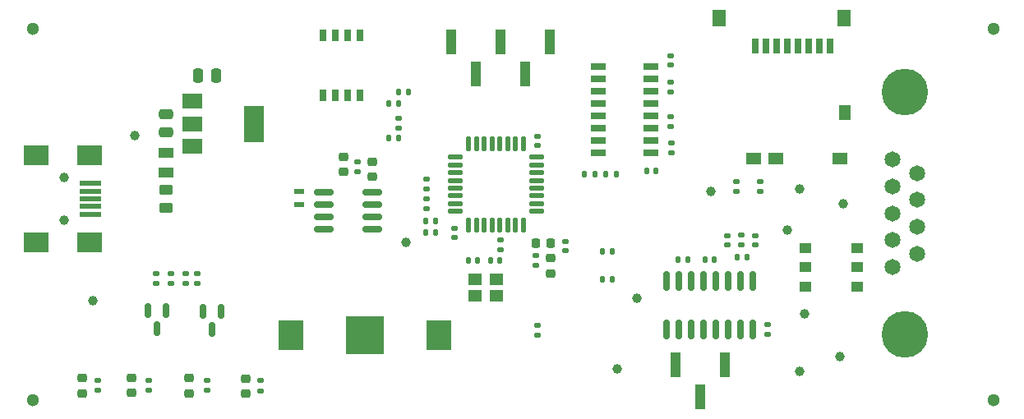
<source format=gbr>
%TF.GenerationSoftware,KiCad,Pcbnew,7.0.2*%
%TF.CreationDate,2023-05-10T11:38:03+01:00*%
%TF.ProjectId,serial_snooper,73657269-616c-45f7-936e-6f6f7065722e,rev?*%
%TF.SameCoordinates,Original*%
%TF.FileFunction,Soldermask,Top*%
%TF.FilePolarity,Negative*%
%FSLAX46Y46*%
G04 Gerber Fmt 4.6, Leading zero omitted, Abs format (unit mm)*
G04 Created by KiCad (PCBNEW 7.0.2) date 2023-05-10 11:38:03*
%MOMM*%
%LPD*%
G01*
G04 APERTURE LIST*
G04 Aperture macros list*
%AMRoundRect*
0 Rectangle with rounded corners*
0 $1 Rounding radius*
0 $2 $3 $4 $5 $6 $7 $8 $9 X,Y pos of 4 corners*
0 Add a 4 corners polygon primitive as box body*
4,1,4,$2,$3,$4,$5,$6,$7,$8,$9,$2,$3,0*
0 Add four circle primitives for the rounded corners*
1,1,$1+$1,$2,$3*
1,1,$1+$1,$4,$5*
1,1,$1+$1,$6,$7*
1,1,$1+$1,$8,$9*
0 Add four rect primitives between the rounded corners*
20,1,$1+$1,$2,$3,$4,$5,0*
20,1,$1+$1,$4,$5,$6,$7,0*
20,1,$1+$1,$6,$7,$8,$9,0*
20,1,$1+$1,$8,$9,$2,$3,0*%
G04 Aperture macros list end*
%ADD10R,1.200000X1.000000*%
%ADD11C,1.000000*%
%ADD12C,1.300000*%
%ADD13RoundRect,0.218750X0.256250X-0.218750X0.256250X0.218750X-0.256250X0.218750X-0.256250X-0.218750X0*%
%ADD14RoundRect,0.140000X-0.140000X-0.170000X0.140000X-0.170000X0.140000X0.170000X-0.140000X0.170000X0*%
%ADD15RoundRect,0.140000X0.170000X-0.140000X0.170000X0.140000X-0.170000X0.140000X-0.170000X-0.140000X0*%
%ADD16RoundRect,0.140000X0.140000X0.170000X-0.140000X0.170000X-0.140000X-0.170000X0.140000X-0.170000X0*%
%ADD17RoundRect,0.250000X0.250000X0.475000X-0.250000X0.475000X-0.250000X-0.475000X0.250000X-0.475000X0*%
%ADD18RoundRect,0.135000X0.185000X-0.135000X0.185000X0.135000X-0.185000X0.135000X-0.185000X-0.135000X0*%
%ADD19RoundRect,0.135000X-0.185000X0.135000X-0.185000X-0.135000X0.185000X-0.135000X0.185000X0.135000X0*%
%ADD20RoundRect,0.135000X0.135000X0.185000X-0.135000X0.185000X-0.135000X-0.185000X0.135000X-0.185000X0*%
%ADD21RoundRect,0.150000X-0.150000X0.587500X-0.150000X-0.587500X0.150000X-0.587500X0.150000X0.587500X0*%
%ADD22R,1.400000X1.200000*%
%ADD23R,1.000000X2.510000*%
%ADD24RoundRect,0.150000X-0.150000X0.825000X-0.150000X-0.825000X0.150000X-0.825000X0.150000X0.825000X0*%
%ADD25RoundRect,0.135000X-0.135000X-0.185000X0.135000X-0.185000X0.135000X0.185000X-0.135000X0.185000X0*%
%ADD26RoundRect,0.140000X-0.170000X0.140000X-0.170000X-0.140000X0.170000X-0.140000X0.170000X0.140000X0*%
%ADD27RoundRect,0.225000X0.250000X-0.225000X0.250000X0.225000X-0.250000X0.225000X-0.250000X-0.225000X0*%
%ADD28R,1.400000X1.700000*%
%ADD29R,1.500000X1.150000*%
%ADD30R,0.800000X1.500000*%
%ADD31R,1.150000X1.500000*%
%ADD32RoundRect,0.225000X-0.250000X0.225000X-0.250000X-0.225000X0.250000X-0.225000X0.250000X0.225000X0*%
%ADD33R,0.760000X1.250000*%
%ADD34RoundRect,0.218750X0.218750X0.256250X-0.218750X0.256250X-0.218750X-0.256250X0.218750X-0.256250X0*%
%ADD35C,4.800000*%
%ADD36C,1.650000*%
%ADD37RoundRect,0.125000X0.125000X-0.625000X0.125000X0.625000X-0.125000X0.625000X-0.125000X-0.625000X0*%
%ADD38RoundRect,0.125000X0.625000X-0.125000X0.625000X0.125000X-0.625000X0.125000X-0.625000X-0.125000X0*%
%ADD39R,2.500000X2.000000*%
%ADD40R,2.250000X0.500000*%
%ADD41RoundRect,0.218750X-0.256250X0.218750X-0.256250X-0.218750X0.256250X-0.218750X0.256250X0.218750X0*%
%ADD42RoundRect,0.150000X-0.825000X-0.150000X0.825000X-0.150000X0.825000X0.150000X-0.825000X0.150000X0*%
%ADD43R,1.550000X0.700000*%
%ADD44R,1.520000X1.000000*%
%ADD45RoundRect,0.250000X0.475000X-0.250000X0.475000X0.250000X-0.475000X0.250000X-0.475000X-0.250000X0*%
%ADD46R,2.000000X1.500000*%
%ADD47R,2.000000X3.800000*%
%ADD48RoundRect,0.250000X0.450000X-0.262500X0.450000X0.262500X-0.450000X0.262500X-0.450000X-0.262500X0*%
%ADD49R,1.100000X0.600000*%
%ADD50R,2.540000X3.170000*%
%ADD51R,3.960000X3.960000*%
G04 APERTURE END LIST*
D10*
%TO.C,SW2*%
X191000000Y-95800000D03*
X191000000Y-97800000D03*
X191000000Y-99800000D03*
X185600000Y-95800000D03*
X185600000Y-97800000D03*
X185600000Y-99800000D03*
%TD*%
D11*
%TO.C,TP35*%
X112250000Y-101250000D03*
%TD*%
%TO.C,TP34*%
X144500000Y-95250000D03*
%TD*%
%TO.C,TP25*%
X116500000Y-84260000D03*
%TD*%
%TO.C,TP17*%
X185000000Y-108500000D03*
%TD*%
%TO.C,TP16*%
X166250000Y-108250000D03*
%TD*%
%TO.C,TP15*%
X168250000Y-101000000D03*
%TD*%
%TO.C,TP14*%
X183800000Y-94000000D03*
%TD*%
%TO.C,TP13*%
X185500000Y-102600000D03*
%TD*%
%TO.C,TP12*%
X189200000Y-107000000D03*
%TD*%
%TO.C,TP11*%
X189500000Y-91250000D03*
%TD*%
%TO.C,TP7*%
X175900000Y-90000000D03*
%TD*%
%TO.C,TP1*%
X185000000Y-89750000D03*
%TD*%
D12*
%TO.C,H4*%
X106000000Y-73250000D03*
%TD*%
%TO.C,H3*%
X106000000Y-111500000D03*
%TD*%
%TO.C,H1*%
X205000000Y-111500000D03*
%TD*%
%TO.C,H2*%
X205000000Y-73250000D03*
%TD*%
D13*
%TO.C,D5*%
X116186666Y-110750000D03*
X116186666Y-109175000D03*
%TD*%
D14*
%TO.C,C19*%
X169270000Y-87900000D03*
X170230000Y-87900000D03*
%TD*%
D15*
%TO.C,C4*%
X177600000Y-95480000D03*
X177600000Y-94520000D03*
%TD*%
D13*
%TO.C,D4*%
X122093332Y-110787500D03*
X122093332Y-109212500D03*
%TD*%
D16*
%TO.C,C7*%
X147500000Y-94250000D03*
X146540000Y-94250000D03*
%TD*%
D14*
%TO.C,C8*%
X150900000Y-97106000D03*
X151860000Y-97106000D03*
%TD*%
D17*
%TO.C,C11*%
X124950000Y-78010000D03*
X123050000Y-78010000D03*
%TD*%
D18*
%TO.C,R2*%
X112750000Y-110510000D03*
X112750000Y-109490000D03*
%TD*%
%TO.C,R10*%
X179000000Y-95510000D03*
X179000000Y-94490000D03*
%TD*%
D19*
%TO.C,R21*%
X146600000Y-88690000D03*
X146600000Y-89710000D03*
%TD*%
D18*
%TO.C,R5*%
X143702513Y-83500000D03*
X143702513Y-82480000D03*
%TD*%
D20*
%TO.C,R13*%
X166110000Y-88200000D03*
X165090000Y-88200000D03*
%TD*%
D18*
%TO.C,R14*%
X171800000Y-86020000D03*
X171800000Y-85000000D03*
%TD*%
D21*
%TO.C,Q1*%
X125450000Y-102375000D03*
X123550000Y-102375000D03*
X124500000Y-104250000D03*
%TD*%
D16*
%TO.C,C6*%
X176230000Y-97000000D03*
X175270000Y-97000000D03*
%TD*%
D19*
%TO.C,R23*%
X139515000Y-86920000D03*
X139515000Y-87940000D03*
%TD*%
D22*
%TO.C,Y1*%
X151550000Y-100750000D03*
X153750000Y-100750000D03*
X153750000Y-99050000D03*
X151550000Y-99050000D03*
%TD*%
D23*
%TO.C,J2*%
X159290000Y-74595000D03*
X156750000Y-77905000D03*
X154210000Y-74595000D03*
X151670000Y-77905000D03*
X149130000Y-74595000D03*
%TD*%
D24*
%TO.C,U3*%
X180180000Y-99250000D03*
X178910000Y-99250000D03*
X177640000Y-99250000D03*
X176370000Y-99250000D03*
X175100000Y-99250000D03*
X173830000Y-99250000D03*
X172560000Y-99250000D03*
X171290000Y-99250000D03*
X171290000Y-104200000D03*
X172560000Y-104200000D03*
X173830000Y-104200000D03*
X175100000Y-104200000D03*
X176370000Y-104200000D03*
X177640000Y-104200000D03*
X178910000Y-104200000D03*
X180180000Y-104200000D03*
%TD*%
D19*
%TO.C,R16*%
X171750000Y-78740000D03*
X171750000Y-79760000D03*
%TD*%
D18*
%TO.C,R27*%
X118000000Y-110510000D03*
X118000000Y-109490000D03*
%TD*%
D25*
%TO.C,R3*%
X143750000Y-79750000D03*
X144770000Y-79750000D03*
%TD*%
%TO.C,R1*%
X146500000Y-93000000D03*
X147520000Y-93000000D03*
%TD*%
D26*
%TO.C,C3*%
X160862000Y-95120000D03*
X160862000Y-96080000D03*
%TD*%
%TO.C,C2*%
X157814000Y-96616000D03*
X157814000Y-97576000D03*
%TD*%
%TO.C,C13*%
X181735000Y-103745000D03*
X181735000Y-104705000D03*
%TD*%
D27*
%TO.C,C20*%
X138015000Y-87995000D03*
X138015000Y-86445000D03*
%TD*%
D18*
%TO.C,R26*%
X118750000Y-99500000D03*
X118750000Y-98480000D03*
%TD*%
D28*
%TO.C,J6*%
X189600000Y-72100000D03*
D29*
X189150000Y-86575000D03*
X180250000Y-86575000D03*
D28*
X176700000Y-72100000D03*
D29*
X182550000Y-86575000D03*
D30*
X188150000Y-75000000D03*
X187050000Y-75000000D03*
D31*
X189725000Y-81850000D03*
D30*
X185950000Y-75000000D03*
X184850000Y-75000000D03*
X183750000Y-75000000D03*
X182650000Y-75000000D03*
X181550000Y-75000000D03*
X180450000Y-75000000D03*
%TD*%
D32*
%TO.C,C21*%
X141015000Y-86940000D03*
X141015000Y-88490000D03*
%TD*%
D14*
%TO.C,C9*%
X153186000Y-97106000D03*
X154146000Y-97106000D03*
%TD*%
D25*
%TO.C,R19*%
X164740000Y-99010000D03*
X165760000Y-99010000D03*
%TD*%
D18*
%TO.C,R15*%
X171750000Y-83270000D03*
X171750000Y-82250000D03*
%TD*%
D33*
%TO.C,SW1*%
X139700000Y-73900000D03*
X138430000Y-73900000D03*
X137160000Y-73900000D03*
X135890000Y-73900000D03*
X135890000Y-80050000D03*
X137160000Y-80050000D03*
X138430000Y-80050000D03*
X139700000Y-80050000D03*
%TD*%
D34*
%TO.C,FB1*%
X159389000Y-95346000D03*
X157814000Y-95346000D03*
%TD*%
D35*
%TO.C,J5*%
X195850000Y-79750000D03*
X195850000Y-104740000D03*
D36*
X197120000Y-88090000D03*
X197120000Y-90860000D03*
X197120000Y-93630000D03*
X197120000Y-96400000D03*
X194580000Y-86705000D03*
X194580000Y-89475000D03*
X194580000Y-92245000D03*
X194580000Y-95015000D03*
X194580000Y-97785000D03*
%TD*%
D37*
%TO.C,U1*%
X150950000Y-93425000D03*
X151750000Y-93425000D03*
X152550000Y-93425000D03*
X153350000Y-93425000D03*
X154150000Y-93425000D03*
X154950000Y-93425000D03*
X155750000Y-93425000D03*
X156550000Y-93425000D03*
D38*
X157925000Y-92050000D03*
X157925000Y-91250000D03*
X157925000Y-90450000D03*
X157925000Y-89650000D03*
X157925000Y-88850000D03*
X157925000Y-88050000D03*
X157925000Y-87250000D03*
X157925000Y-86450000D03*
D37*
X156550000Y-85075000D03*
X155750000Y-85075000D03*
X154950000Y-85075000D03*
X154150000Y-85075000D03*
X153350000Y-85075000D03*
X152550000Y-85075000D03*
X151750000Y-85075000D03*
X150950000Y-85075000D03*
D38*
X149575000Y-86450000D03*
X149575000Y-87250000D03*
X149575000Y-88050000D03*
X149575000Y-88850000D03*
X149575000Y-89650000D03*
X149575000Y-90450000D03*
X149575000Y-91250000D03*
X149575000Y-92050000D03*
%TD*%
D16*
%TO.C,C5*%
X179580000Y-96750000D03*
X178620000Y-96750000D03*
%TD*%
D18*
%TO.C,R18*%
X124000000Y-110510000D03*
X124000000Y-109490000D03*
%TD*%
D20*
%TO.C,R4*%
X143700000Y-84450000D03*
X142680000Y-84450000D03*
%TD*%
D39*
%TO.C,J8*%
X106415000Y-95200000D03*
X111865000Y-95200000D03*
X106415000Y-86300000D03*
X111865000Y-86300000D03*
D40*
X111990000Y-92350000D03*
X111990000Y-91550000D03*
X111990000Y-90750000D03*
X111990000Y-89950000D03*
X111990000Y-89150000D03*
D11*
X109285000Y-92950000D03*
X109285000Y-88550000D03*
%TD*%
D25*
%TO.C,R20*%
X164740000Y-96200000D03*
X165760000Y-96200000D03*
%TD*%
D26*
%TO.C,C17*%
X149500000Y-93770000D03*
X149500000Y-94730000D03*
%TD*%
D41*
%TO.C,D3*%
X128000000Y-109252500D03*
X128000000Y-110827500D03*
%TD*%
D23*
%TO.C,J1*%
X177290000Y-107845000D03*
X174750000Y-111155000D03*
X172210000Y-107845000D03*
%TD*%
D18*
%TO.C,R25*%
X178500000Y-90000000D03*
X178500000Y-88980000D03*
%TD*%
D26*
%TO.C,C16*%
X158062000Y-84309000D03*
X158062000Y-85269000D03*
%TD*%
D42*
%TO.C,U4*%
X136040000Y-90090000D03*
X136040000Y-91360000D03*
X136040000Y-92630000D03*
X136040000Y-93900000D03*
X140990000Y-93900000D03*
X140990000Y-92630000D03*
X140990000Y-91360000D03*
X140990000Y-90090000D03*
%TD*%
D43*
%TO.C,IC1*%
X169750000Y-86040000D03*
X169750000Y-84770000D03*
X169750000Y-83500000D03*
X169750000Y-82230000D03*
X169750000Y-80960000D03*
X169750000Y-79690000D03*
X169750000Y-78420000D03*
X169750000Y-77150000D03*
X164300000Y-77150000D03*
X164300000Y-78420000D03*
X164300000Y-79690000D03*
X164300000Y-80960000D03*
X164300000Y-82230000D03*
X164300000Y-83500000D03*
X164300000Y-84770000D03*
X164300000Y-86040000D03*
%TD*%
D18*
%TO.C,R12*%
X123000000Y-99510000D03*
X123000000Y-98490000D03*
%TD*%
%TO.C,R17*%
X181000000Y-90000000D03*
X181000000Y-88980000D03*
%TD*%
%TO.C,R11*%
X120250000Y-99500000D03*
X120250000Y-98480000D03*
%TD*%
D14*
%TO.C,C12*%
X172540000Y-97000000D03*
X173500000Y-97000000D03*
%TD*%
D13*
%TO.C,D1*%
X111100000Y-110787500D03*
X111100000Y-109212500D03*
%TD*%
D26*
%TO.C,C1*%
X154250000Y-95020000D03*
X154250000Y-95980000D03*
%TD*%
D44*
%TO.C,F2*%
X119750000Y-88020000D03*
X119750000Y-86000000D03*
%TD*%
D45*
%TO.C,C10*%
X119750000Y-83910000D03*
X119750000Y-82010000D03*
%TD*%
D46*
%TO.C,U2*%
X122500000Y-80710000D03*
X122500000Y-83010000D03*
D47*
X128800000Y-83010000D03*
D46*
X122500000Y-85310000D03*
%TD*%
D32*
%TO.C,C15*%
X159338000Y-96870000D03*
X159338000Y-98420000D03*
%TD*%
D18*
%TO.C,R8*%
X129500000Y-110520000D03*
X129500000Y-109500000D03*
%TD*%
%TO.C,R28*%
X158000000Y-104770000D03*
X158000000Y-103750000D03*
%TD*%
D48*
%TO.C,R9*%
X119750000Y-91672500D03*
X119750000Y-89847500D03*
%TD*%
D49*
%TO.C,Y2*%
X133430000Y-89950000D03*
X133430000Y-91350000D03*
%TD*%
D50*
%TO.C,H5*%
X132660000Y-104800000D03*
X147900000Y-104800000D03*
D51*
X140280000Y-104800000D03*
%TD*%
D25*
%TO.C,R24*%
X162890000Y-88200000D03*
X163910000Y-88200000D03*
%TD*%
D21*
%TO.C,Q2*%
X119750000Y-102250000D03*
X117850000Y-102250000D03*
X118800000Y-104125000D03*
%TD*%
D20*
%TO.C,R6*%
X143700000Y-80950000D03*
X142680000Y-80950000D03*
%TD*%
D26*
%TO.C,C18*%
X171750000Y-76020000D03*
X171750000Y-76980000D03*
%TD*%
D18*
%TO.C,R22*%
X146600000Y-91800000D03*
X146600000Y-90780000D03*
%TD*%
D26*
%TO.C,C14*%
X180500000Y-94520000D03*
X180500000Y-95480000D03*
%TD*%
D19*
%TO.C,R7*%
X121750000Y-98490000D03*
X121750000Y-99510000D03*
%TD*%
M02*

</source>
